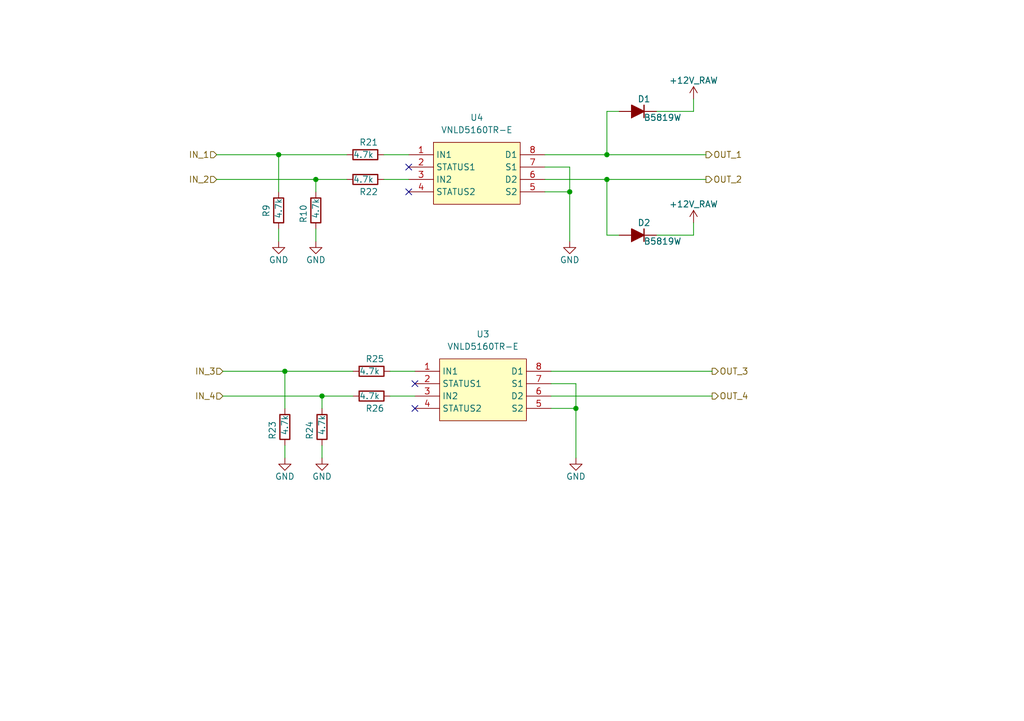
<source format=kicad_sch>
(kicad_sch (version 20230121) (generator eeschema)
  (paper "A5")
  (lib_symbols
    (symbol "Device:D_Filled" (pin_numbers hide) (pin_names (offset 1.016) hide)
      (property "Reference" "D" (at 0 2.54 0))
      (property "Value" "D_Filled" (at 0 -2.54 0))
      (symbol "D_Filled_0_1"
        (polyline (pts (xy -1.27 1.27) (xy -1.27 -1.27)) (stroke (width 0.254)))
        (polyline (pts (xy 1.27 0) (xy -1.27 0)))
        (polyline (pts (xy 1.27 1.27) (xy 1.27 -1.27) (xy -1.27 0) (xy 1.27 1.27)) (stroke (width 0.254)) (fill (type outline)))
      )
      (symbol "D_Filled_1_1"
        (pin passive line (at -3.81 0 0) (length 2.54) (name "K") (number "1"))
        (pin passive line (at 3.81 0 180) (length 2.54) (name "A") (number "2"))
      )
    )
    (symbol "Device:R" (pin_numbers hide) (pin_names (offset 0))
      (property "Reference" "R" (at 2.032 0 90))
      (property "Value" "R" (at 0 0 90))
      (symbol "R_0_1"
        (rectangle (start -1.016 -2.54) (end 1.016 2.54) (stroke (width 0.254)))
      )
      (symbol "R_1_1"
        (pin passive line (at 0 3.81 270) (length 1.27) (name "~") (number "1"))
        (pin passive line (at 0 -3.81 90) (length 1.27) (name "~") (number "2"))
      )
    )
    (symbol "chips:VNLD5160"
      (property "Reference" "U" (at 6.35 3.81 0))
      (property "Value" "VNLD5160TR-E" (at 12.7 -11.43 0))
      (symbol "VNLD5160_1_1"
        (rectangle (start 5.08 2.54) (end 22.86 -10.16) (fill (type background)))
        (pin input line (at 0 0 0) (length 5.08) (name "IN1") (number "1"))
        (pin open_collector line (at 0 -2.54 0) (length 5.08) (name "STATUS1") (number "2"))
        (pin input line (at 0 -5.08 0) (length 5.08) (name "IN2") (number "3"))
        (pin open_collector line (at 0 -7.62 0) (length 5.08) (name "STATUS2") (number "4"))
        (pin power_in line (at 27.94 -7.62 180) (length 5.08) (name "S2") (number "5"))
        (pin power_out line (at 27.94 -5.08 180) (length 5.08) (name "D2") (number "6"))
        (pin power_in line (at 27.94 -2.54 180) (length 5.08) (name "S1") (number "7"))
        (pin power_out line (at 27.94 0 180) (length 5.08) (name "D1") (number "8"))
      )
    )
    (symbol "misc:+12V_RAW" (power) (pin_names (offset 0))
      (property "Value" "+12V_RAW" (at 0 3.556 0))
      (symbol "+12V_RAW_0_1"
        (polyline (pts (xy -0.762 1.27) (xy 0 2.54)))
        (polyline (pts (xy 0 0) (xy 0 2.54)))
        (polyline (pts (xy 0 2.54) (xy 0.762 1.27)))
      )
      (symbol "+12V_RAW_1_1"
        (pin power_in line (at 0 0 90) (length 0) hide (name "+12V_RAW") (number "1"))
      )
    )
    (symbol "power:GND" (power) (pin_names (offset 0))
      (property "Value" "GND" (at 0 -3.81 0))
      (symbol "GND_0_1"
        (polyline (pts (xy 0 0) (xy 0 -1.27) (xy 1.27 -1.27) (xy 0 -2.54) (xy -1.27 -1.27) (xy 0 -1.27)))
      )
      (symbol "GND_1_1"
        (pin power_in line (at 0 0 270) (length 0) hide (name "GND") (number "1"))
      )
    )
  )
  (junction (at 58.42 76.2))
  (junction (at 66.04 81.28))
  (junction (at 64.77 36.83))
  (junction (at 57.15 31.75))
  (junction (at 116.84 39.37))
  (junction (at 124.46 31.75))
  (junction (at 118.11 83.82))
  (junction (at 124.46 36.83))
  (no_connect (at 83.82 39.37))
  (no_connect (at 85.09 78.74))
  (no_connect (at 85.09 83.82))
  (no_connect (at 83.82 34.29))
  (wire (pts (xy 58.42 91.44) (xy 58.42 93.98)))
  (wire (pts (xy 111.76 36.83) (xy 124.46 36.83)))
  (wire (pts (xy 78.74 31.75) (xy 83.82 31.75)))
  (wire (pts (xy 134.62 48.26) (xy 142.24 48.26)))
  (wire (pts (xy 45.72 81.28) (xy 66.04 81.28)))
  (wire (pts (xy 142.24 48.26) (xy 142.24 45.72)))
  (wire (pts (xy 66.04 81.28) (xy 72.39 81.28)))
  (wire (pts (xy 111.76 39.37) (xy 116.84 39.37)))
  (wire (pts (xy 124.46 22.86) (xy 124.46 31.75)))
  (wire (pts (xy 45.72 76.2) (xy 58.42 76.2)))
  (wire (pts (xy 44.45 31.75) (xy 57.15 31.75)))
  (wire (pts (xy 64.77 36.83) (xy 71.12 36.83)))
  (wire (pts (xy 80.01 81.28) (xy 85.09 81.28)))
  (wire (pts (xy 124.46 31.75) (xy 144.78 31.75)))
  (wire (pts (xy 113.03 76.2) (xy 146.05 76.2)))
  (wire (pts (xy 127 48.26) (xy 124.46 48.26)))
  (wire (pts (xy 78.74 36.83) (xy 83.82 36.83)))
  (wire (pts (xy 64.77 46.99) (xy 64.77 49.53)))
  (wire (pts (xy 66.04 81.28) (xy 66.04 83.82)))
  (wire (pts (xy 118.11 83.82) (xy 118.11 93.98)))
  (wire (pts (xy 118.11 78.74) (xy 118.11 83.82)))
  (wire (pts (xy 66.04 91.44) (xy 66.04 93.98)))
  (wire (pts (xy 58.42 76.2) (xy 72.39 76.2)))
  (wire (pts (xy 57.15 31.75) (xy 57.15 39.37)))
  (wire (pts (xy 116.84 39.37) (xy 116.84 49.53)))
  (wire (pts (xy 134.62 22.86) (xy 142.24 22.86)))
  (wire (pts (xy 44.45 36.83) (xy 64.77 36.83)))
  (wire (pts (xy 116.84 34.29) (xy 116.84 39.37)))
  (wire (pts (xy 57.15 46.99) (xy 57.15 49.53)))
  (wire (pts (xy 111.76 31.75) (xy 124.46 31.75)))
  (wire (pts (xy 113.03 78.74) (xy 118.11 78.74)))
  (wire (pts (xy 113.03 81.28) (xy 146.05 81.28)))
  (wire (pts (xy 142.24 22.86) (xy 142.24 20.32)))
  (wire (pts (xy 124.46 36.83) (xy 124.46 48.26)))
  (wire (pts (xy 80.01 76.2) (xy 85.09 76.2)))
  (wire (pts (xy 124.46 36.83) (xy 144.78 36.83)))
  (wire (pts (xy 57.15 31.75) (xy 71.12 31.75)))
  (wire (pts (xy 58.42 76.2) (xy 58.42 83.82)))
  (wire (pts (xy 113.03 83.82) (xy 118.11 83.82)))
  (wire (pts (xy 111.76 34.29) (xy 116.84 34.29)))
  (wire (pts (xy 64.77 36.83) (xy 64.77 39.37)))
  (wire (pts (xy 127 22.86) (xy 124.46 22.86)))
  (hierarchical_label "IN_3" (shape input) (at 45.72 76.2 180))
  (hierarchical_label "IN_1" (shape input) (at 44.45 31.75 180))
  (hierarchical_label "IN_4" (shape input) (at 45.72 81.28 180))
  (hierarchical_label "OUT_2" (shape output) (at 144.78 36.83 0))
  (hierarchical_label "OUT_1" (shape output) (at 144.78 31.75 0))
  (hierarchical_label "OUT_4" (shape output) (at 146.05 81.28 0))
  (hierarchical_label "OUT_3" (shape output) (at 146.05 76.2 0))
  (hierarchical_label "IN_2" (shape input) (at 44.45 36.83 180))
  (symbol (lib_id "Device:D_Filled") (at 130.81 22.86 180) (unit 1)
    (property "Reference" "D1" (at 132.08 20.32 0))
    (property "Value" "B5819W" (at 135.89 24.13 0))
    (property "Footprint" "Hellen:SOD-123" (effects hide))
    (property "Sim.Device" "D" (effects hide))
    (property "Sim.Pins" "1=K 2=A" (effects hide))
    (property "LCSC" "C8598" (effects hide))
  )
  (symbol (lib_id "chips:VNLD5160") (at 85.09 76.2 0) (unit 1)
    (property "Reference" "U3" (at 99.06 68.58 0))
    (property "Value" "VNLD5160TR-E" (at 99.06 71.12 0))
    (property "Footprint" "Package_SO:SOIC-8_3.9x4.9mm_P1.27mm" (effects hide))
    (property "LCSC" "C377942" (effects hide))
  )
  (symbol (lib_id "power:GND") (at 118.11 93.98 0) (unit 1)
    (property "Reference" "#PWR072" (effects hide))
    (property "Value" "GND" (at 118.11 97.79 0))
  )
  (symbol (lib_id "power:GND") (at 116.84 49.53 0) (unit 1)
    (property "Reference" "#PWR014" (effects hide))
    (property "Value" "GND" (at 116.84 53.34 0))
  )
  (symbol (lib_id "Device:R") (at 74.93 31.75 270) (unit 1)
    (property "Reference" "R21" (at 73.66 29.21 90) (effects (justify left)))
    (property "Value" "4.7k" (at 72.39 31.75 90) (effects (justify left)))
    (property "Footprint" "Hellen:R0603" (effects hide))
    (property "LCSC" "C23162" (effects hide))
  )
  (symbol (lib_id "power:GND") (at 64.77 49.53 0) (unit 1)
    (property "Reference" "#PWR013" (effects hide))
    (property "Value" "GND" (at 64.77 53.34 0))
  )
  (symbol (lib_id "Device:R") (at 76.2 81.28 270) (unit 1)
    (property "Reference" "R26" (at 74.93 83.82 90) (effects (justify left)))
    (property "Value" "4.7k" (at 73.66 81.28 90) (effects (justify left)))
    (property "Footprint" "Hellen:R0603" (effects hide))
    (property "LCSC" "C23162" (effects hide))
  )
  (symbol (lib_id "Device:R") (at 57.15 43.18 180) (unit 1)
    (property "Reference" "R9" (at 54.61 41.91 90) (effects (justify left)))
    (property "Value" "4.7k" (at 57.15 40.64 90) (effects (justify left)))
    (property "Footprint" "Hellen:R0603" (effects hide))
    (property "LCSC" "C23162" (effects hide))
  )
  (symbol (lib_id "Device:R") (at 64.77 43.18 180) (unit 1)
    (property "Reference" "R10" (at 62.23 41.91 90) (effects (justify left)))
    (property "Value" "4.7k" (at 64.77 40.64 90) (effects (justify left)))
    (property "Footprint" "Hellen:R0603" (effects hide))
    (property "LCSC" "C23162" (effects hide))
  )
  (symbol (lib_id "chips:VNLD5160") (at 83.82 31.75 0) (unit 1)
    (property "Reference" "U4" (at 97.79 24.13 0))
    (property "Value" "VNLD5160TR-E" (at 97.79 26.67 0))
    (property "Footprint" "Package_SO:SOIC-8_3.9x4.9mm_P1.27mm" (effects hide))
    (property "LCSC" "C377942" (effects hide))
  )
  (symbol (lib_id "Device:R") (at 74.93 36.83 270) (unit 1)
    (property "Reference" "R22" (at 73.66 39.37 90) (effects (justify left)))
    (property "Value" "4.7k" (at 72.39 36.83 90) (effects (justify left)))
    (property "Footprint" "Hellen:R0603" (effects hide))
    (property "LCSC" "C23162" (effects hide))
  )
  (symbol (lib_id "Device:R") (at 76.2 76.2 270) (unit 1)
    (property "Reference" "R25" (at 74.93 73.66 90) (effects (justify left)))
    (property "Value" "4.7k" (at 73.66 76.2 90) (effects (justify left)))
    (property "Footprint" "Hellen:R0603" (effects hide))
    (property "LCSC" "C23162" (effects hide))
  )
  (symbol (lib_id "Device:R") (at 58.42 87.63 180) (unit 1)
    (property "Reference" "R23" (at 55.88 86.36 90) (effects (justify left)))
    (property "Value" "4.7k" (at 58.42 85.09 90) (effects (justify left)))
    (property "Footprint" "Hellen:R0603" (effects hide))
    (property "LCSC" "C23162" (effects hide))
  )
  (symbol (lib_id "misc:+12V_RAW") (at 142.24 45.72 0) (unit 1)
    (property "Reference" "#PWR016" (effects hide))
    (property "Value" "+12V_RAW" (at 142.24 41.91 0))
  )
  (symbol (lib_id "power:GND") (at 58.42 93.98 0) (unit 1)
    (property "Reference" "#PWR070" (effects hide))
    (property "Value" "GND" (at 58.42 97.79 0))
  )
  (symbol (lib_id "power:GND") (at 57.15 49.53 0) (unit 1)
    (property "Reference" "#PWR012" (effects hide))
    (property "Value" "GND" (at 57.15 53.34 0))
  )
  (symbol (lib_id "Device:D_Filled") (at 130.81 48.26 180) (unit 1)
    (property "Reference" "D2" (at 132.08 45.72 0))
    (property "Value" "B5819W" (at 135.89 49.53 0))
    (property "Footprint" "Hellen:SOD-123" (effects hide))
    (property "Sim.Device" "D" (effects hide))
    (property "Sim.Pins" "1=K 2=A" (effects hide))
    (property "LCSC" "C8598" (effects hide))
  )
  (symbol (lib_id "misc:+12V_RAW") (at 142.24 20.32 0) (unit 1)
    (property "Reference" "#PWR015" (effects hide))
    (property "Value" "+12V_RAW" (at 142.24 16.51 0))
  )
  (symbol (lib_id "power:GND") (at 66.04 93.98 0) (unit 1)
    (property "Reference" "#PWR071" (effects hide))
    (property "Value" "GND" (at 66.04 97.79 0))
  )
  (symbol (lib_id "Device:R") (at 66.04 87.63 180) (unit 1)
    (property "Reference" "R24" (at 63.5 86.36 90) (effects (justify left)))
    (property "Value" "4.7k" (at 66.04 85.09 90) (effects (justify left)))
    (property "Footprint" "Hellen:R0603" (effects hide))
    (property "LCSC" "C23162" (effects hide))
  )
)
</source>
